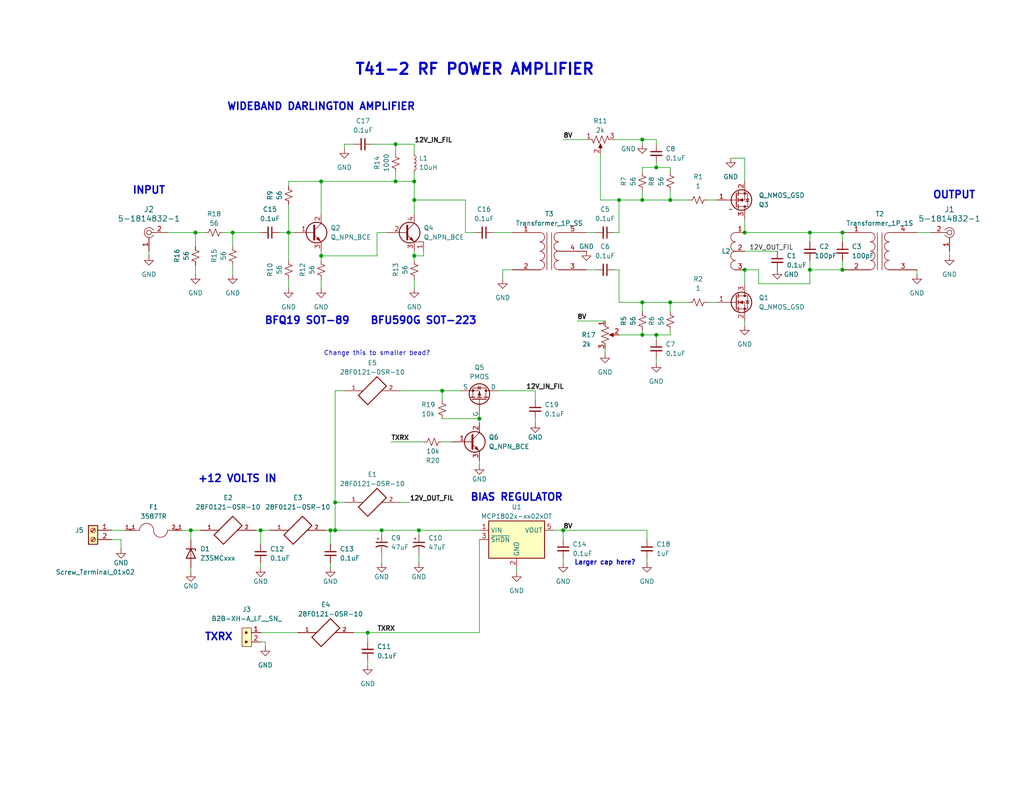
<source format=kicad_sch>
(kicad_sch (version 20231120) (generator "eeschema") (generator_version "8.0")
  (paper "USLetter")
  (title_block (title "T41-2 RF Power Amplifier") (date "2024-10-02") (rev "1.0"))
  (lib_symbols
    (symbol "28F0121-0SR-10:28F0121-0SR-10" (pin_names (offset 1.016))
      (property "Reference" "E" (at -7.6244 5.0815 0))
      (property "Value" "28F0121-0SR-10" (at -7.63 -7.6266 0))
      (symbol "28F0121-0SR-10_0_0"
        (pin passive line (at -7.62 0 0) (length 5.08) (name "~") (number "1"))
        (pin passive line (at 7.62 0 180) (length 5.08) (name "~") (number "2"))
      )
    )
    (symbol "Auto_Fuse_Holder:3587TR" (pin_names (offset 1.016))
      (property "Reference" "F" (at -2.54 5.08 0))
      (property "Value" "3587TR" (at -2.54 -5.08 0))
      (symbol "3587TR_0_0"
        (pin passive line (at -7.62 0 0) (length 2.54) (name "~") (number "1_1"))
        (pin passive line (at 7.62 0 180) (length 2.54) (name "~") (number "2_1"))
      )
    )
    (symbol "Connector:Screw_Terminal_01x02" (pin_names (offset 1.016) hide)
      (property "Reference" "J" (at 0 2.54 0))
      (property "Value" "Screw_Terminal_01x02" (at 0 -5.08 0))
      (symbol "Screw_Terminal_01x02_1_1"
        (pin passive line (at -5.08 0 0) (length 3.81) (name "Pin_1") (number "1"))
        (pin passive line (at -5.08 -2.54 0) (length 3.81) (name "Pin_2") (number "2"))
      )
    )
    (symbol "Device:C_Polarized_Small_US" (pin_numbers hide) (pin_names (offset 0.254) hide)
      (property "Reference" "C" (at 0.254 1.778 0))
      (property "Value" "C_Polarized_Small_US" (at 0.254 -2.032 0))
      (symbol "C_Polarized_Small_US_1_1"
        (pin passive line (at 0 2.54 270) (length 2.032) (name "~") (number "1"))
        (pin passive line (at 0 -2.54 90) (length 2.032) (name "~") (number "2"))
      )
    )
    (symbol "Device:C_Small" (pin_numbers hide) (pin_names (offset 0.254) hide)
      (property "Reference" "C" (at 0.254 1.778 0))
      (property "Value" "C_Small" (at 0.254 -2.032 0))
      (symbol "C_Small_1_1"
        (pin passive line (at 0 2.54 270) (length 2.032) (name "~") (number "1"))
        (pin passive line (at 0 -2.54 90) (length 2.032) (name "~") (number "2"))
      )
    )
    (symbol "Device:L_Small" (pin_numbers hide) (pin_names (offset 0.254) hide)
      (property "Reference" "L" (at 0.762 1.016 0))
      (property "Value" "L_Small" (at 0.762 -1.016 0))
      (symbol "L_Small_1_1"
        (pin passive line (at 0 2.54 270) (length 0.508) (name "~") (number "1"))
        (pin passive line (at 0 -2.54 90) (length 0.508) (name "~") (number "2"))
      )
    )
    (symbol "Device:Q_NMOS_GSD" (pin_names (offset 0) hide)
      (property "Reference" "Q" (at 5.08 1.27 0))
      (property "Value" "Q_NMOS_GSD" (at 5.08 -1.27 0))
      (symbol "Q_NMOS_GSD_1_1"
        (pin input line (at -5.08 0 0) (length 2.54) (name "G") (number "1"))
        (pin passive line (at 2.54 -5.08 90) (length 2.54) (name "S") (number "2"))
        (pin passive line (at 2.54 5.08 270) (length 2.54) (name "D") (number "3"))
      )
    )
    (symbol "Device:Q_NPN_BCE" (pin_names (offset 0) hide)
      (property "Reference" "Q" (at 5.08 1.27 0))
      (property "Value" "Q_NPN_BCE" (at 5.08 -1.27 0))
      (symbol "Q_NPN_BCE_1_1"
        (pin input line (at -5.08 0 0) (length 5.715) (name "B") (number "1"))
        (pin passive line (at 2.54 5.08 270) (length 2.54) (name "C") (number "2"))
        (pin passive line (at 2.54 -5.08 90) (length 2.54) (name "E") (number "3"))
      )
    )
    (symbol "Device:R_Potentiometer_US" (pin_names (offset 1.016) hide)
      (property "Reference" "RV" (at -4.445 0 90))
      (property "Value" "R_Potentiometer_US" (at -2.54 0 90))
      (symbol "R_Potentiometer_US_1_1"
        (pin passive line (at 0 3.81 270) (length 1.27) (name "1") (number "1"))
        (pin passive line (at 3.81 0 180) (length 1.27) (name "2") (number "2"))
        (pin passive line (at 0 -3.81 90) (length 1.27) (name "3") (number "3"))
      )
    )
    (symbol "Device:R_Small_US" (pin_numbers hide) (pin_names (offset 0.254) hide)
      (property "Reference" "R" (at 0.762 0.508 0))
      (property "Value" "R_Small_US" (at 0.762 -1.016 0))
      (symbol "R_Small_US_1_1"
        (pin passive line (at 0 2.54 270) (length 1.016) (name "~") (number "1"))
        (pin passive line (at 0 -2.54 90) (length 1.016) (name "~") (number "2"))
      )
    )
    (symbol "Device:Transformer_1P_1S" (pin_names (offset 1.016) hide)
      (property "Reference" "T" (at 0 6.35 0))
      (property "Value" "Transformer_1P_1S" (at 0 -7.62 0))
      (symbol "Transformer_1P_1S_1_1"
        (pin passive line (at -10.16 5.08 0) (length 7.62) (name "AA") (number "1"))
        (pin passive line (at -10.16 -5.08 0) (length 7.62) (name "AB") (number "2"))
        (pin passive line (at 10.16 -5.08 180) (length 7.62) (name "SA") (number "3"))
        (pin passive line (at 10.16 5.08 180) (length 7.62) (name "SB") (number "4"))
      )
    )
    (symbol "Device:Transformer_1P_SS" (pin_names (offset 1.016) hide)
      (property "Reference" "T" (at 0 6.35 0))
      (property "Value" "Transformer_1P_SS" (at 0 -7.62 0))
      (symbol "Transformer_1P_SS_1_1"
        (pin passive line (at -10.16 5.08 0) (length 7.62) (name "AA") (number "1"))
        (pin passive line (at -10.16 -5.08 0) (length 7.62) (name "AB") (number "2"))
        (pin passive line (at 10.16 -5.08 180) (length 7.62) (name "SA") (number "3"))
        (pin passive line (at 10.16 0 180) (length 7.62) (name "SC") (number "4"))
        (pin passive line (at 10.16 5.08 180) (length 7.62) (name "SB") (number "5"))
      )
    )
    (symbol "Diode:Z3SMCxxx" (pin_numbers hide) (pin_names hide)
      (property "Reference" "D" (at 0 2.54 0))
      (property "Value" "Z3SMCxxx" (at 0 -2.54 0))
      (symbol "Z3SMCxxx_1_1"
        (pin passive line (at -3.81 0 0) (length 2.54) (name "K") (number "1"))
        (pin passive line (at 3.81 0 180) (length 2.54) (name "A") (number "2"))
      )
    )
    (symbol "InductorTapped:InductorTapped"
      (property "Reference" "L" (at 0 7.62 0))
      (symbol "InductorTapped_1_1"
        (pin input line (at 2.54 5.08 180) (length 2.54) (name "") (number "1"))
        (pin input line (at 2.54 0 180) (length 2.54) (name "") (number "2"))
        (pin input line (at 2.54 -5.08 180) (length 2.54) (name "") (number "3"))
      )
    )
    (symbol "Q_NPN_BCE_2" (pin_names (offset 0) hide)
      (property "Reference" "Q4" (at 5.08 1.2701 0))
      (property "Value" "Q_NPN_BCE" (at 5.08 -1.2699 0))
      (symbol "Q_NPN_BCE_2_1_1"
        (pin input line (at 5.08 -5.08 90) (length 2.54) (name "") (number "1"))
        (pin input line (at -5.08 0 0) (length 5.715) (name "B") (number "2"))
        (pin passive line (at 2.54 -5.08 90) (length 2.54) (name "E") (number "3"))
        (pin passive line (at 2.54 5.08 270) (length 2.54) (name "C") (number "4"))
      )
    )
    (symbol "Regulator_Linear:MCP1802x-xx02xOT"
      (property "Reference" "U" (at -6.35 6.35 0))
      (property "Value" "MCP1802x-xx02xOT" (at 0 6.35 0))
      (symbol "MCP1802x-xx02xOT_1_1"
        (pin power_in line (at -10.16 2.54 0) (length 2.54) (name "VIN") (number "1"))
        (pin power_in line (at 0 -7.62 90) (length 2.54) (name "GND") (number "2"))
        (pin input line (at -10.16 0 0) (length 2.54) (name "~{SHDN}") (number "3"))
        (pin no_connect line (at 7.62 0 180) (length 2.54) hide (name "NC") (number "4"))
        (pin power_out line (at 10.16 2.54 180) (length 2.54) (name "VOUT") (number "5"))
      )
    )
    (symbol "Simulation_SPICE:PMOS" (pin_numbers hide) (pin_names (offset 0))
      (property "Reference" "Q" (at 5.08 1.27 0))
      (property "Value" "PMOS" (at 5.08 -1.27 0))
      (symbol "PMOS_1_1"
        (pin passive line (at 2.54 5.08 270) (length 2.54) (name "D") (number "1"))
        (pin input line (at -5.08 0 0) (length 2.54) (name "G") (number "2"))
        (pin passive line (at 2.54 -5.08 90) (length 2.54) (name "S") (number "3"))
      )
    )
    (symbol "dk_Coaxial-Connectors-RF:5-1814832-1" (pin_names (offset 1.016))
      (property "Reference" "J" (at -2.54 1.27 0))
      (property "Value" "5-1814832-1" (at 1.27 -2.54 0))
      (symbol "5-1814832-1_1_1"
        (pin passive line (at 0 -5.08 90) (length 3.683) (name "~") (number "1"))
        (pin passive line (at 5.08 0 180) (length 4.445) (name "~") (number "2"))
      )
    )
    (symbol "dk_Rectangular-Connectors-Headers-Male-Pins:B2B-XH-A_LF__SN_" (pin_names (offset 1.016))
      (property "Reference" "J" (at -2.54 -1.27 0))
      (property "Value" "B2B-XH-A_LF__SN_" (at 1.27 -3.81 0))
      (symbol "B2B-XH-A_LF__SN__1_1"
        (pin passive line (at 0 2.54 270) (length 2.54) (name "~") (number "1"))
        (pin passive line (at 2.54 2.54 270) (length 2.54) (name "~") (number "2"))
      )
    )
    (symbol "power:GND" (power) (pin_numbers hide) (pin_names (offset 0) hide)
      (property "Value" "GND" (at 0 -3.81 0))
      (symbol "GND_1_1"
        (pin power_in line (at 0 0 270) (length 0) (name "~") (number "1"))
      )
    )
  )
  (junction (at 71.12 144.78))
  (junction (at 87.63 69.85))
  (junction (at 175.26 82.55))
  (junction (at 91.44 144.78))
  (junction (at 130.81 114.3))
  (junction (at 179.07 91.44))
  (junction (at 63.5 63.5))
  (junction (at 53.34 63.5))
  (junction (at 113.03 49.53))
  (junction (at 182.88 82.55))
  (junction (at 78.74 63.5))
  (junction (at 100.33 172.72))
  (junction (at 90.17 144.78))
  (junction (at 113.03 54.61))
  (junction (at 91.44 137.16))
  (junction (at 113.03 69.85))
  (junction (at 120.65 106.68))
  (junction (at 229.87 63.5))
  (junction (at 175.26 38.1))
  (junction (at 107.95 49.53))
  (junction (at 104.14 144.78))
  (junction (at 229.87 73.66))
  (junction (at 203.2 73.66))
  (junction (at 220.98 73.66))
  (junction (at 182.88 54.61))
  (junction (at 107.95 39.37))
  (junction (at 87.63 49.53))
  (junction (at 52.07 144.78))
  (junction (at 175.26 91.44))
  (junction (at 168.91 54.61))
  (junction (at 153.67 144.78))
  (junction (at 179.07 45.72))
  (junction (at 175.26 54.61))
  (junction (at 114.3 144.78))
  (junction (at 220.98 63.5))
  (junction (at 203.2 63.5))
  (wire (pts (xy 157.48 87.63) (xy 165.1 87.63)))
  (wire (pts (xy 71.12 144.78) (xy 73.66 144.78)))
  (wire (pts (xy 203.2 87.63) (xy 203.2 88.9)))
  (wire (pts (xy 33.02 147.32) (xy 33.02 149.86)))
  (wire (pts (xy 63.5 63.5) (xy 71.12 63.5)))
  (wire (pts (xy 100.33 172.72) (xy 130.81 172.72)))
  (wire (pts (xy 207.01 77.47) (xy 220.98 77.47)))
  (wire (pts (xy 134.62 63.5) (xy 139.7 63.5)))
  (wire (pts (xy 182.88 45.72) (xy 182.88 46.99)))
  (wire (pts (xy 220.98 73.66) (xy 229.87 73.66)))
  (wire (pts (xy 250.19 63.5) (xy 254 63.5)))
  (wire (pts (xy 91.44 106.68) (xy 91.44 137.16)))
  (wire (pts (xy 203.2 73.66) (xy 203.2 77.47)))
  (wire (pts (xy 163.83 54.61) (xy 168.91 54.61)))
  (wire (pts (xy 106.68 120.65) (xy 115.57 120.65)))
  (wire (pts (xy 114.3 151.13) (xy 114.3 153.67)))
  (wire (pts (xy 168.91 91.44) (xy 175.26 91.44)))
  (wire (pts (xy 60.96 63.5) (xy 63.5 63.5)))
  (wire (pts (xy 151.13 144.78) (xy 153.67 144.78)))
  (wire (pts (xy 175.26 91.44) (xy 179.07 91.44)))
  (wire (pts (xy 49.53 144.78) (xy 52.07 144.78)))
  (wire (pts (xy 153.67 38.1) (xy 160.02 38.1)))
  (wire (pts (xy 113.03 68.58) (xy 113.03 69.85)))
  (wire (pts (xy 137.16 76.2) (xy 137.16 73.66)))
  (wire (pts (xy 259.08 68.58) (xy 259.08 69.85)))
  (wire (pts (xy 176.53 144.78) (xy 176.53 147.32)))
  (wire (pts (xy 175.26 45.72) (xy 179.07 45.72)))
  (wire (pts (xy 179.07 97.79) (xy 179.07 99.06)))
  (wire (pts (xy 71.12 172.72) (xy 81.28 172.72)))
  (wire (pts (xy 160.02 73.66) (xy 162.56 73.66)))
  (wire (pts (xy 114.3 144.78) (xy 114.3 146.05)))
  (wire (pts (xy 165.1 95.25) (xy 165.1 96.52)))
  (wire (pts (xy 179.07 45.72) (xy 182.88 45.72)))
  (wire (pts (xy 52.07 154.94) (xy 52.07 156.21)))
  (wire (pts (xy 78.74 55.88) (xy 78.74 63.5)))
  (wire (pts (xy 220.98 63.5) (xy 229.87 63.5)))
  (wire (pts (xy 135.89 106.68) (xy 146.05 106.68)))
  (wire (pts (xy 87.63 76.2) (xy 87.63 78.74)))
  (wire (pts (xy 107.95 46.99) (xy 107.95 49.53)))
  (wire (pts (xy 53.34 72.39) (xy 53.34 74.93)))
  (wire (pts (xy 153.67 152.4) (xy 153.67 153.67)))
  (wire (pts (xy 220.98 63.5) (xy 220.98 66.04)))
  (wire (pts (xy 107.95 41.91) (xy 107.95 39.37)))
  (wire (pts (xy 113.03 54.61) (xy 113.03 58.42)))
  (wire (pts (xy 78.74 49.53) (xy 87.63 49.53)))
  (wire (pts (xy 182.88 91.44) (xy 182.88 90.17)))
  (wire (pts (xy 104.14 144.78) (xy 114.3 144.78)))
  (wire (pts (xy 52.07 147.32) (xy 52.07 144.78)))
  (wire (pts (xy 101.6 39.37) (xy 107.95 39.37)))
  (wire (pts (xy 113.03 49.53) (xy 113.03 54.61)))
  (wire (pts (xy 71.12 153.67) (xy 71.12 154.94)))
  (wire (pts (xy 90.17 144.78) (xy 91.44 144.78)))
  (wire (pts (xy 76.2 63.5) (xy 78.74 63.5)))
  (wire (pts (xy 109.22 137.16) (xy 111.76 137.16)))
  (wire (pts (xy 182.88 54.61) (xy 187.96 54.61)))
  (wire (pts (xy 153.67 144.78) (xy 153.67 147.32)))
  (wire (pts (xy 193.04 82.55) (xy 195.58 82.55)))
  (wire (pts (xy 69.85 144.78) (xy 71.12 144.78)))
  (wire (pts (xy 52.07 144.78) (xy 54.61 144.78)))
  (wire (pts (xy 175.26 82.55) (xy 182.88 82.55)))
  (wire (pts (xy 175.26 52.07) (xy 175.26 54.61)))
  (wire (pts (xy 203.2 63.5) (xy 220.98 63.5)))
  (wire (pts (xy 93.98 39.37) (xy 96.52 39.37)))
  (wire (pts (xy 130.81 114.3) (xy 130.81 115.57)))
  (wire (pts (xy 120.65 106.68) (xy 125.73 106.68)))
  (wire (pts (xy 87.63 49.53) (xy 87.63 58.42)))
  (wire (pts (xy 91.44 137.16) (xy 91.44 144.78)))
  (wire (pts (xy 160.02 63.5) (xy 162.56 63.5)))
  (wire (pts (xy 100.33 172.72) (xy 100.33 175.26)))
  (wire (pts (xy 182.88 82.55) (xy 187.96 82.55)))
  (wire (pts (xy 100.33 180.34) (xy 100.33 181.61)))
  (wire (pts (xy 179.07 44.45) (xy 179.07 45.72)))
  (wire (pts (xy 78.74 63.5) (xy 80.01 63.5)))
  (wire (pts (xy 127 63.5) (xy 129.54 63.5)))
  (wire (pts (xy 115.57 68.58) (xy 115.57 69.85)))
  (wire (pts (xy 71.12 175.26) (xy 72.39 175.26)))
  (wire (pts (xy 113.03 76.2) (xy 113.03 78.74)))
  (wire (pts (xy 53.34 63.5) (xy 55.88 63.5)))
  (wire (pts (xy 30.48 147.32) (xy 33.02 147.32)))
  (wire (pts (xy 109.22 106.68) (xy 120.65 106.68)))
  (wire (pts (xy 104.14 144.78) (xy 104.14 146.05)))
  (wire (pts (xy 102.87 69.85) (xy 102.87 63.5)))
  (wire (pts (xy 127 54.61) (xy 127 63.5)))
  (wire (pts (xy 113.03 39.37) (xy 113.03 41.91)))
  (wire (pts (xy 163.83 41.91) (xy 163.83 54.61)))
  (wire (pts (xy 96.52 172.72) (xy 100.33 172.72)))
  (wire (pts (xy 87.63 68.58) (xy 87.63 69.85)))
  (wire (pts (xy 168.91 63.5) (xy 168.91 54.61)))
  (wire (pts (xy 182.88 52.07) (xy 182.88 54.61)))
  (wire (pts (xy 137.16 73.66) (xy 139.7 73.66)))
  (wire (pts (xy 167.64 38.1) (xy 175.26 38.1)))
  (wire (pts (xy 203.2 68.58) (xy 212.09 68.58)))
  (wire (pts (xy 167.64 73.66) (xy 168.91 73.66)))
  (wire (pts (xy 87.63 69.85) (xy 102.87 69.85)))
  (wire (pts (xy 130.81 147.32) (xy 130.81 172.72)))
  (wire (pts (xy 45.72 63.5) (xy 53.34 63.5)))
  (wire (pts (xy 175.26 82.55) (xy 175.26 85.09)))
  (wire (pts (xy 229.87 63.5) (xy 229.87 66.04)))
  (wire (pts (xy 179.07 38.1) (xy 179.07 39.37)))
  (wire (pts (xy 199.39 43.18) (xy 203.2 43.18)))
  (wire (pts (xy 30.48 144.78) (xy 34.29 144.78)))
  (wire (pts (xy 176.53 152.4) (xy 176.53 153.67)))
  (wire (pts (xy 63.5 72.39) (xy 63.5 74.93)))
  (wire (pts (xy 87.63 49.53) (xy 107.95 49.53)))
  (wire (pts (xy 175.26 90.17) (xy 175.26 91.44)))
  (wire (pts (xy 175.26 39.37) (xy 175.26 38.1)))
  (wire (pts (xy 229.87 71.12) (xy 229.87 73.66)))
  (wire (pts (xy 146.05 114.3) (xy 146.05 115.57)))
  (wire (pts (xy 220.98 71.12) (xy 220.98 73.66)))
  (wire (pts (xy 175.26 54.61) (xy 182.88 54.61)))
  (wire (pts (xy 182.88 82.55) (xy 182.88 85.09)))
  (wire (pts (xy 113.03 69.85) (xy 115.57 69.85)))
  (wire (pts (xy 72.39 175.26) (xy 72.39 176.53)))
  (wire (pts (xy 113.03 46.99) (xy 113.03 49.53)))
  (wire (pts (xy 71.12 144.78) (xy 71.12 148.59)))
  (wire (pts (xy 120.65 114.3) (xy 130.81 114.3)))
  (wire (pts (xy 88.9 144.78) (xy 90.17 144.78)))
  (wire (pts (xy 102.87 63.5) (xy 105.41 63.5)))
  (wire (pts (xy 175.26 46.99) (xy 175.26 45.72)))
  (wire (pts (xy 113.03 69.85) (xy 113.03 71.12)))
  (wire (pts (xy 175.26 38.1) (xy 179.07 38.1)))
  (wire (pts (xy 203.2 43.18) (xy 203.2 49.53)))
  (wire (pts (xy 53.34 67.31) (xy 53.34 63.5)))
  (wire (pts (xy 104.14 151.13) (xy 104.14 153.67)))
  (wire (pts (xy 250.19 73.66) (xy 250.19 74.93)))
  (wire (pts (xy 179.07 91.44) (xy 179.07 92.71)))
  (wire (pts (xy 63.5 63.5) (xy 63.5 67.31)))
  (wire (pts (xy 203.2 73.66) (xy 207.01 73.66)))
  (wire (pts (xy 91.44 106.68) (xy 93.98 106.68)))
  (wire (pts (xy 153.67 144.78) (xy 176.53 144.78)))
  (wire (pts (xy 78.74 76.2) (xy 78.74 78.74)))
  (wire (pts (xy 120.65 106.68) (xy 120.65 109.22)))
  (wire (pts (xy 107.95 39.37) (xy 113.03 39.37)))
  (wire (pts (xy 107.95 49.53) (xy 113.03 49.53)))
  (wire (pts (xy 146.05 106.68) (xy 146.05 109.22)))
  (wire (pts (xy 220.98 73.66) (xy 220.98 77.47)))
  (wire (pts (xy 120.65 120.65) (xy 123.19 120.65)))
  (wire (pts (xy 91.44 144.78) (xy 104.14 144.78)))
  (wire (pts (xy 90.17 144.78) (xy 90.17 148.59)))
  (wire (pts (xy 113.03 54.61) (xy 127 54.61)))
  (wire (pts (xy 91.44 137.16) (xy 93.98 137.16)))
  (wire (pts (xy 78.74 50.8) (xy 78.74 49.53)))
  (wire (pts (xy 140.97 154.94) (xy 140.97 156.21)))
  (wire (pts (xy 78.74 63.5) (xy 78.74 71.12)))
  (wire (pts (xy 40.64 68.58) (xy 40.64 69.85)))
  (wire (pts (xy 168.91 73.66) (xy 168.91 82.55)))
  (wire (pts (xy 87.63 69.85) (xy 87.63 71.12)))
  (wire (pts (xy 179.07 91.44) (xy 182.88 91.44)))
  (wire (pts (xy 203.2 59.69) (xy 203.2 63.5)))
  (wire (pts (xy 130.81 125.73) (xy 130.81 127)))
  (wire (pts (xy 90.17 153.67) (xy 90.17 154.94)))
  (wire (pts (xy 114.3 144.78) (xy 130.81 144.78)))
  (wire (pts (xy 168.91 82.55) (xy 175.26 82.55)))
  (wire (pts (xy 193.04 54.61) (xy 195.58 54.61)))
  (wire (pts (xy 93.98 40.64) (xy 93.98 39.37)))
  (wire (pts (xy 207.01 73.66) (xy 207.01 77.47)))
  (wire (pts (xy 167.64 63.5) (xy 168.91 63.5)))
  (wire (pts (xy 168.91 54.61) (xy 175.26 54.61)))
  (text "OUTPUT" (at 260.35 53.34 0) (effects (font (size 2 2) (thickness 0.4) (bold yes))))
  (text "BFU590G SOT-223" (at 115.57 87.63 0) (effects (font (size 2 2) (thickness 0.4) (bold yes))))
  (text "+12 VOLTS IN" (at 64.77 130.81 0) (effects (font (size 2 2) (thickness 0.4) (bold yes))))
  (text "TXRX" (at 59.69 173.99 0) (effects (font (size 2 2) (thickness 0.4) (bold yes))))
  (text "BFQ19 SOT-89" (at 83.82 87.63 0) (effects (font (size 2 2) (thickness 0.4) (bold yes))))
  (text "T41-2 RF POWER AMPLIFIER" (at 129.54 19.05 0) (effects (font (size 3 3) (thickness 0.6) (bold yes))))
  (text "INPUT" (at 40.64 52.07 0) (effects (font (size 2 2) (thickness 0.4) (bold yes))))
  (text "Larger cap here?" (at 165.1 153.67 0) (effects (font (size 1.27 1.27) (thickness 0.254) (bold yes))))
  (text "BIAS REGULATOR" (at 140.97 135.89 0) (effects (font (size 2 2) (thickness 0.4) (bold yes))))
  (text "Change this to smaller bead?" (at 102.87 96.52 0) (effects (font (size 1.27 1.27))))
  (text "WIDEBAND DARLINGTON AMPLIFIER" (at 87.63 29.21 0) (effects (font (size 2 2) (thickness 0.4) (bold yes))))
  (label "8V" (at 157.48 87.63 0) (effects (font (thickness 0.254) (bold yes))))
  (label "8V" (at 153.67 144.78 0) (effects (font (thickness 0.254) (bold yes))))
  (label "12V_OUT_FIL" (at 111.76 137.16 0) (effects (font (thickness 0.254) (bold yes))))
  (label "12V_OUT_FIL" (at 204.47 68.58 0))
  (label "TXRX" (at 102.87 172.72 0) (effects (font (thickness 0.254) (bold yes))))
  (label "12V_IN_FIL" (at 143.51 106.68 0) (effects (font (thickness 0.254) (bold yes))))
  (label "TXRX" (at 106.68 120.65 0) (effects (font (thickness 0.254) (bold yes))))
  (label "12V_IN_FIL" (at 113.03 39.37 0) (effects (font (thickness 0.254) (bold yes))))
  (label "8V" (at 153.67 38.1 0) (effects (font (thickness 0.254) (bold yes))))
  (symbol (lib_id "power:GND") (at 78.74 78.74 0) (unit 1)
    (property "Reference" "#PWR021" (effects (hide yes)))
    (property "Value" "GND" (at 78.74 83.82 0))
    (property "Description" "Power symbol creates a global label with name \"GND\" , ground" (effects (hide yes)))
  )
  (symbol (lib_id "Device:C_Small") (at 71.12 151.13 0) (unit 1)
    (property "Reference" "C12" (at 73.66 149.8662 0) (effects (justify left)))
    (property "Value" "0.1uF" (at 73.66 152.4062 0) (effects (justify left)))
    (property "Footprint" "Capacitor_SMD:C_1206_3216Metric" (effects (hide yes)))
    (property "Description" "Unpolarized capacitor, small symbol" (effects (hide yes)))
  )
  (symbol (lib_id "power:GND") (at 250.19 74.93 0) (unit 1)
    (property "Reference" "#PWR04" (effects (hide yes)))
    (property "Value" "GND" (at 250.19 80.01 0))
    (property "Description" "Power symbol creates a global label with name \"GND\" , ground" (effects (hide yes)))
  )
  (symbol (lib_id "Device:C_Small") (at 146.05 111.76 0) (unit 1)
    (property "Reference" "C19" (at 148.59 110.4962 0) (effects (justify left)))
    (property "Value" "0.1uF" (at 148.59 113.0362 0) (effects (justify left)))
    (property "Footprint" "Capacitor_SMD:C_1206_3216Metric" (effects (hide yes)))
    (property "Description" "Unpolarized capacitor, small symbol" (effects (hide yes)))
  )
  (symbol (lib_id "power:GND") (at 63.5 74.93 0) (unit 1)
    (property "Reference" "#PWR026" (effects (hide yes)))
    (property "Value" "GND" (at 63.5 80.01 0))
    (property "Description" "Power symbol creates a global label with name \"GND\" , ground" (effects (hide yes)))
  )
  (symbol (lib_id "dk_Rectangular-Connectors-Headers-Male-Pins:B2B-XH-A_LF__SN_") (at 68.58 172.72 270) (unit 1)
    (property "Reference" "J3" (at 67.31 166.37 90))
    (property "Value" "B2B-XH-A_LF__SN_" (at 67.31 168.91 90))
    (property "Footprint" "digikey-footprints:PinHeader_1x2_P2.5mm_Drill1.1mm" (effects (hide yes)))
    (property "Datasheet" "http://www.jst-mfg.com/product/pdf/eng/eXH.pdf" (effects (hide yes)))
    (property "Description" "CONN HEADER VERT 2POS 2.5MM" (effects (hide yes)))
    (property "Digi-Key_PN" "455-2247-ND" (effects (hide yes)))
    (property "MPN" "B2B-XH-A(LF)(SN)" (effects (hide yes)))
    (property "Category" "Connectors, Interconnects" (effects (hide yes)))
    (property "Family" "Rectangular Connectors - Headers, Male Pins" (effects (hide yes)))
    (property "DK_Datasheet_Link" "http://www.jst-mfg.com/product/pdf/eng/eXH.pdf" (effects (hide yes)))
    (property "DK_Detail_Page" "/product-detail/en/jst-sales-america-inc/B2B-XH-A(LF)(SN)/455-2247-ND/1651045" (effects (hide yes)))
    (property "Description_1" "CONN HEADER VERT 2POS 2.5MM" (effects (hide yes)))
    (property "Manufacturer" "JST Sales America Inc." (effects (hide yes)))
    (property "Status" "Active" (effects (hide yes)))
  )
  (symbol (lib_id "power:GND") (at 87.63 78.74 0) (unit 1)
    (property "Reference" "#PWR022" (effects (hide yes)))
    (property "Value" "GND" (at 87.63 83.82 0))
    (property "Description" "Power symbol creates a global label with name \"GND\" , ground" (effects (hide yes)))
  )
  (symbol (lib_id "Auto_Fuse_Holder:3587TR") (at 41.91 144.78 0) (unit 1)
    (property "Reference" "F1" (at 41.91 138.43 0))
    (property "Value" "3587TR" (at 41.91 140.97 0))
    (property "Footprint" "3587TR:FUSE_3587TR" (effects (hide yes)))
    (property "PARTREV" "D" (effects (hide yes)))
    (property "STANDARD" "Manufacturer Recommendation" (effects (hide yes)))
    (property "SNAPEDA_PN" "3587" (effects (hide yes)))
    (property "MAXIMUM_PACKAGE_HEIGHT" "8.37mm" (effects (hide yes)))
    (property "MANUFACTURER" "Keystone" (effects (hide yes)))
  )
  (symbol (lib_id "Regulator_Linear:MCP1802x-xx02xOT") (at 140.97 147.32 0) (unit 1)
    (property "Reference" "U1" (at 140.97 138.43 0))
    (property "Value" "MCP1802x-xx02xOT" (at 140.97 140.97 0))
    (property "Footprint" "Package_TO_SOT_SMD:SOT-23-5" (effects (hide yes)))
    (property "Datasheet" "http://ww1.microchip.com/downloads/en/DeviceDoc/22053C.pdf" (effects (hide yes)))
    (property "Description" "150mA, Tiny CMOS LDO With Shutdown, Fixed Voltage, SOT-23-5" (effects (hide yes)))
  )
  (symbol (lib_id "power:GND") (at 90.17 154.94 0) (unit 1)
    (property "Reference" "#PWR018" (effects (hide yes)))
    (property "Value" "GND" (at 90.17 158.75 0))
    (property "Description" "Power symbol creates a global label with name \"GND\" , ground" (effects (hide yes)))
  )
  (symbol (lib_id "Device:Q_NMOS_GSD") (at 200.66 82.55 0) (unit 1)
    (property "Reference" "Q1" (at 207.01 81.2799 0) (effects (justify left)))
    (property "Value" "Q_NMOS_GSD" (at 207.01 83.8199 0) (effects (justify left)))
    (property "Footprint" "TO-220_RF:TO-220_RF_Flat" (effects (hide yes)))
    (property "Description" "N-MOSFET transistor, gate/source/drain" (effects (hide yes)))
  )
  (symbol (lib_id "Device:C_Small") (at 176.53 149.86 0) (unit 1)
    (property "Reference" "C18" (at 179.07 148.5962 0) (effects (justify left)))
    (property "Value" "1uF" (at 179.07 151.1362 0) (effects (justify left)))
    (property "Footprint" "Capacitor_SMD:C_1206_3216Metric" (effects (hide yes)))
    (property "Description" "Unpolarized capacitor, small symbol" (effects (hide yes)))
  )
  (symbol (lib_id "power:GND") (at 146.05 115.57 0) (unit 1)
    (property "Reference" "#PWR029" (effects (hide yes)))
    (property "Value" "GND" (at 146.05 119.38 0))
    (property "Description" "Power symbol creates a global label with name \"GND\" , ground" (effects (hide yes)))
  )
  (symbol (lib_id "Device:C_Polarized_Small_US") (at 104.14 148.59 0) (unit 1)
    (property "Reference" "C9" (at 106.68 146.8881 0) (effects (justify left)))
    (property "Value" "47uF" (at 106.68 149.4281 0) (effects (justify left)))
    (property "Footprint" "Capacitor_SMD:CP_Elec_6.3x5.7" (effects (hide yes)))
    (property "Description" "Polarized capacitor, small US symbol" (effects (hide yes)))
  )
  (symbol (lib_id "power:GND") (at 176.53 153.67 0) (unit 1)
    (property "Reference" "#PWR027" (effects (hide yes)))
    (property "Value" "GND" (at 176.53 158.75 0))
    (property "Description" "Power symbol creates a global label with name \"GND\" , ground" (effects (hide yes)))
  )
  (symbol (lib_id "Device:C_Small") (at 132.08 63.5 270) (unit 1)
    (property "Reference" "C16" (at 132.0736 57.15 90))
    (property "Value" "0.1uF" (at 132.0736 59.69 90))
    (property "Footprint" "Capacitor_SMD:C_1206_3216Metric" (effects (hide yes)))
    (property "Description" "Unpolarized capacitor, small symbol" (effects (hide yes)))
  )
  (symbol (lib_id "Device:C_Small") (at 153.67 149.86 0) (unit 1)
    (property "Reference" "C14" (at 156.21 148.5962 0) (effects (justify left)))
    (property "Value" "0.1uF" (at 156.21 151.1362 0) (effects (justify left)))
    (property "Footprint" "Capacitor_SMD:C_1206_3216Metric" (effects (hide yes)))
    (property "Description" "Unpolarized capacitor, small symbol" (effects (hide yes)))
  )
  (symbol (lib_id "power:GND") (at 140.97 156.21 0) (unit 1)
    (property "Reference" "#PWR011" (effects (hide yes)))
    (property "Value" "GND" (at 140.97 161.29 0))
    (property "Description" "Power symbol creates a global label with name \"GND\" , ground" (effects (hide yes)))
  )
  (symbol (lib_id "Device:R_Small_US") (at 175.26 87.63 180) (unit 1)
    (property "Reference" "R5" (at 170.18 87.63 90))
    (property "Value" "56" (at 172.72 87.63 90))
    (property "Footprint" "Resistor_SMD:R_1206_3216Metric" (effects (hide yes)))
    (property "Description" "Resistor, small US symbol" (effects (hide yes)))
  )
  (symbol (lib_id "Device:Q_NPN_BCE") (at 128.27 120.65 0) (unit 1)
    (property "Reference" "Q6" (at 133.35 119.3799 0) (effects (justify left)))
    (property "Value" "Q_NPN_BCE" (at 133.35 121.9199 0) (effects (justify left)))
    (property "Footprint" "Package_TO_SOT_SMD:SOT-23" (effects (hide yes)))
    (property "Description" "NPN transistor, base/collector/emitter" (effects (hide yes)))
  )
  (symbol (lib_id "Device:L_Small") (at 113.03 44.45 0) (unit 1)
    (property "Reference" "L1" (at 114.3 43.1799 0) (effects (justify left)))
    (property "Value" "10uH" (at 114.3 45.7199 0) (effects (justify left)))
    (property "Footprint" "Inductor_SMD:L_1210_3225Metric" (effects (hide yes)))
    (property "Description" "Inductor, small symbol" (effects (hide yes)))
  )
  (symbol (lib_id "Device:C_Small") (at 212.09 71.12 0) (unit 1)
    (property "Reference" "C1" (at 214.63 69.8562 0) (effects (justify left)))
    (property "Value" "0.1uF" (at 214.63 72.3962 0) (effects (justify left)))
    (property "Footprint" "Capacitor_SMD:C_1206_3216Metric" (effects (hide yes)))
    (property "Description" "Unpolarized capacitor, small symbol" (effects (hide yes)))
  )
  (symbol (lib_id "Connector:Screw_Terminal_01x02") (at 25.4 144.78 0) (mirror y) (unit 1)
    (property "Reference" "J5" (at 22.86 144.7799 0) (effects (justify left)))
    (property "Value" "Screw_Terminal_01x02" (at 36.83 156.21 0) (effects (justify left)))
    (property "Footprint" "TerminalBlock_Philmore:TerminalBlock_Philmore_TB132_1x02_P5.00mm_Horizontal" (effects (hide yes)))
    (property "Description" "Generic screw terminal, single row, 01x02, script generated (kicad-library-utils/schlib/autogen/connector/)" (effects (hide yes)))
  )
  (symbol (lib_id "Device:C_Small") (at 100.33 177.8 180) (unit 1)
    (property "Reference" "C11" (at 102.87 176.5235 0) (effects (justify right)))
    (property "Value" "0.1uF" (at 102.87 179.0635 0) (effects (justify right)))
    (property "Footprint" "Capacitor_SMD:C_1206_3216Metric" (effects (hide yes)))
    (property "Description" "Unpolarized capacitor, small symbol" (effects (hide yes)))
  )
  (symbol (lib_id "power:GND") (at 52.07 156.21 0) (unit 1)
    (property "Reference" "#PWR030" (effects (hide yes)))
    (property "Value" "GND" (at 52.07 160.02 0))
    (property "Description" "Power symbol creates a global label with name \"GND\" , ground" (effects (hide yes)))
  )
  (symbol (lib_id "power:GND") (at 114.3 153.67 0) (unit 1)
    (property "Reference" "#PWR014" (effects (hide yes)))
    (property "Value" "GND" (at 114.3 157.48 0))
    (property "Description" "Power symbol creates a global label with name \"GND\" , ground" (effects (hide yes)))
  )
  (symbol (lib_id "Device:R_Small_US") (at 78.74 53.34 180) (unit 1)
    (property "Reference" "R9" (at 73.66 53.34 90))
    (property "Value" "56" (at 76.2 53.34 90))
    (property "Footprint" "Resistor_SMD:R_1206_3216Metric" (effects (hide yes)))
    (property "Description" "Resistor, small US symbol" (effects (hide yes)))
  )
  (symbol (lib_id "power:GND") (at 53.34 74.93 0) (unit 1)
    (property "Reference" "#PWR025" (effects (hide yes)))
    (property "Value" "GND" (at 53.34 80.01 0))
    (property "Description" "Power symbol creates a global label with name \"GND\" , ground" (effects (hide yes)))
  )
  (symbol (lib_id "power:GND") (at 113.03 78.74 0) (unit 1)
    (property "Reference" "#PWR023" (effects (hide yes)))
    (property "Value" "GND" (at 113.03 83.82 0))
    (property "Description" "Power symbol creates a global label with name \"GND\" , ground" (effects (hide yes)))
  )
  (symbol (lib_id "Device:C_Small") (at 229.87 68.58 0) (unit 1)
    (property "Reference" "C3" (at 232.41 67.3162 0) (effects (justify left)))
    (property "Value" "100pF" (at 232.41 69.8562 0) (effects (justify left)))
    (property "Footprint" "Capacitor_SMD:C_1206_3216Metric" (effects (hide yes)))
    (property "Description" "Unpolarized capacitor, small symbol" (effects (hide yes)))
  )
  (symbol (lib_id "power:GND") (at 179.07 99.06 0) (unit 1)
    (property "Reference" "#PWR06" (effects (hide yes)))
    (property "Value" "GND" (at 179.07 104.14 0))
    (property "Description" "Power symbol creates a global label with name \"GND\" , ground" (effects (hide yes)))
  )
  (symbol (lib_id "power:GND") (at 72.39 176.53 0) (unit 1)
    (property "Reference" "#PWR015" (effects (hide yes)))
    (property "Value" "GND" (at 72.39 181.61 0))
    (property "Description" "Power symbol creates a global label with name \"GND\" , ground" (effects (hide yes)))
  )
  (symbol (lib_id "power:GND") (at 212.09 73.66 0) (unit 1)
    (property "Reference" "#PWR03" (effects (hide yes)))
    (property "Value" "GND" (at 215.9 74.93 0))
    (property "Description" "Power symbol creates a global label with name \"GND\" , ground" (effects (hide yes)))
  )
  (symbol (lib_id "Device:R_Small_US") (at 58.42 63.5 90) (unit 1)
    (property "Reference" "R18" (at 58.42 58.42 90))
    (property "Value" "56" (at 58.42 60.96 90))
    (property "Footprint" "Resistor_SMD:R_1206_3216Metric" (effects (hide yes)))
    (property "Description" "Resistor, small US symbol" (effects (hide yes)))
  )
  (symbol (lib_id "Device:C_Polarized_Small_US") (at 114.3 148.59 0) (unit 1)
    (property "Reference" "C10" (at 116.84 146.8881 0) (effects (justify left)))
    (property "Value" "47uF" (at 116.84 149.4281 0) (effects (justify left)))
    (property "Footprint" "Capacitor_SMD:CP_Elec_6.3x5.7" (effects (hide yes)))
    (property "Description" "Polarized capacitor, small US symbol" (effects (hide yes)))
  )
  (symbol (lib_id "Device:Q_NMOS_GSD") (at 200.66 54.61 0) (mirror x) (unit 1)
    (property "Reference" "Q3" (at 207.01 55.8801 0) (effects (justify left)))
    (property "Value" "Q_NMOS_GSD" (at 207.01 53.3401 0) (effects (justify left)))
    (property "Footprint" "TO-220_RF:TO-220_RF_Flat" (effects (hide yes)))
    (property "Description" "N-MOSFET transistor, gate/source/drain" (effects (hide yes)))
  )
  (symbol (lib_id "Device:Q_NPN_BCE") (at 85.09 63.5 0) (unit 1)
    (property "Reference" "Q2" (at 90.17 62.2299 0) (effects (justify left)))
    (property "Value" "Q_NPN_BCE" (at 90.17 64.7699 0) (effects (justify left)))
    (property "Footprint" "Package_TO_SOT_SMD:SOT-89-3" (effects (hide yes)))
    (property "Description" "NPN transistor, base/collector/emitter" (effects (hide yes)))
  )
  (symbol (lib_id "power:GND") (at 104.14 153.67 0) (unit 1)
    (property "Reference" "#PWR013" (effects (hide yes)))
    (property "Value" "GND" (at 104.14 157.48 0))
    (property "Description" "Power symbol creates a global label with name \"GND\" , ground" (effects (hide yes)))
  )
  (symbol (lib_id "Device:R_Small_US") (at 78.74 73.66 180) (unit 1)
    (property "Reference" "R10" (at 73.66 73.66 90))
    (property "Value" "56" (at 76.2 73.66 90))
    (property "Footprint" "Resistor_SMD:R_1206_3216Metric" (effects (hide yes)))
    (property "Description" "Resistor, small US symbol" (effects (hide yes)))
  )
  (symbol (lib_id "Device:R_Small_US") (at 53.34 69.85 180) (unit 1)
    (property "Reference" "R16" (at 48.26 69.85 90))
    (property "Value" "56" (at 50.8 69.85 90))
    (property "Footprint" "Resistor_SMD:R_1206_3216Metric" (effects (hide yes)))
    (property "Description" "Resistor, small US symbol" (effects (hide yes)))
  )
  (symbol (lib_id "Device:C_Small") (at 179.07 41.91 0) (unit 1)
    (property "Reference" "C8" (at 181.61 40.6462 0) (effects (justify left)))
    (property "Value" "0.1uF" (at 181.61 43.1862 0) (effects (justify left)))
    (property "Footprint" "Capacitor_SMD:C_1206_3216Metric" (effects (hide yes)))
    (property "Description" "Unpolarized capacitor, small symbol" (effects (hide yes)))
  )
  (symbol (lib_id "power:GND") (at 100.33 181.61 0) (unit 1)
    (property "Reference" "#PWR016" (effects (hide yes)))
    (property "Value" "GND" (at 100.33 186.69 0))
    (property "Description" "Power symbol creates a global label with name \"GND\" , ground" (effects (hide yes)))
  )
  (symbol (lib_id "power:GND") (at 71.12 154.94 0) (unit 1)
    (property "Reference" "#PWR017" (effects (hide yes)))
    (property "Value" "GND" (at 71.12 158.75 0))
    (property "Description" "Power symbol creates a global label with name \"GND\" , ground" (effects (hide yes)))
  )
  (symbol (lib_id "28F0121-0SR-10:28F0121-0SR-10") (at 101.6 106.68 0) (unit 1)
    (property "Reference" "E5" (at 101.6 99.06 0))
    (property "Value" "28F0121-0SR-10" (at 101.6 101.6 0))
    (property "Footprint" "28F0121_0SR_10:FB_28F0121-0SR-10" (effects (hide yes)))
    (property "PARTREV" "J" (effects (hide yes)))
    (property "STANDARD" "Manufacturer Recommendations" (effects (hide yes)))
    (property "MAXIMUM_PACKAGE_HEIGHT" "3.05 mm" (effects (hide yes)))
    (property "MANUFACTURER" "Laird" (effects (hide yes)))
  )
  (symbol (lib_id "power:GND") (at 175.26 39.37 0) (unit 1)
    (property "Reference" "#PWR07" (effects (hide yes)))
    (property "Value" "GND" (at 171.45 40.64 0))
    (property "Description" "Power symbol creates a global label with name \"GND\" , ground" (effects (hide yes)))
  )
  (symbol (lib_id "power:GND") (at 203.2 88.9 0) (unit 1)
    (property "Reference" "#PWR01" (effects (hide yes)))
    (property "Value" "GND" (at 203.2 93.98 0))
    (property "Description" "Power symbol creates a global label with name \"GND\" , ground" (effects (hide yes)))
  )
  (symbol (lib_id "Simulation_SPICE:PMOS") (at 130.81 109.22 270) (mirror x) (unit 1)
    (property "Reference" "Q5" (at 130.81 100.33 90))
    (property "Value" "PMOS" (at 130.81 102.87 90))
    (property "Footprint" "Package_TO_SOT_SMD:SOT-23" (effects (hide yes)))
    (property "Datasheet" "https://ngspice.sourceforge.io/docs/ngspice-html-manual/manual.xhtml#cha_MOSFETs" (effects (hide yes)))
    (property "Description" "P-MOSFET transistor, drain/source/gate" (effects (hide yes)))
    (property "Sim.Device" "PMOS" (effects (hide yes)))
    (property "Sim.Type" "VDMOS" (effects (hide yes)))
    (property "Sim.Pins" "1=D 2=G 3=S" (effects (hide yes)))
  )
  (symbol (lib_id "power:GND") (at 33.02 149.86 0) (unit 1)
    (property "Reference" "#PWR012" (effects (hide yes)))
    (property "Value" "GND" (at 33.02 153.67 0))
    (property "Description" "Power symbol creates a global label with name \"GND\" , ground" (effects (hide yes)))
  )
  (symbol (lib_id "Device:C_Small") (at 179.07 95.25 0) (unit 1)
    (property "Reference" "C7" (at 181.61 93.9862 0) (effects (justify left)))
    (property "Value" "0.1uF" (at 181.61 96.5262 0) (effects (justify left)))
    (property "Footprint" "Capacitor_SMD:C_1206_3216Metric" (effects (hide yes)))
    (property "Description" "Unpolarized capacitor, small symbol" (effects (hide yes)))
  )
  (symbol (lib_id "power:GND") (at 40.64 69.85 0) (unit 1)
    (property "Reference" "#PWR020" (effects (hide yes)))
    (property "Value" "GND" (at 40.64 74.93 0))
    (property "Description" "Power symbol creates a global label with name \"GND\" , ground" (effects (hide yes)))
  )
  (symbol (lib_id "Device:Transformer_1P_SS") (at 149.86 68.58 0) (unit 1)
    (property "Reference" "T3" (at 149.8727 58.42 0))
    (property "Value" "Transformer_1P_SS" (at 149.8727 60.96 0))
    (property "Footprint" "Binocular_Core:BN-43-302" (effects (hide yes)))
    (property "Description" "Transformer, single primary, split secondary" (effects (hide yes)))
  )
  (symbol (lib_id "Device:C_Small") (at 99.06 39.37 270) (unit 1)
    (property "Reference" "C17" (at 99.0536 33.02 90))
    (property "Value" "0.1uF" (at 99.0536 35.56 90))
    (property "Footprint" "Capacitor_SMD:C_1206_3216Metric" (effects (hide yes)))
    (property "Description" "Unpolarized capacitor, small symbol" (effects (hide yes)))
  )
  (symbol (lib_id "power:GND") (at 259.08 69.85 0) (unit 1)
    (property "Reference" "#PWR05" (effects (hide yes)))
    (property "Value" "GND" (at 259.08 74.93 0))
    (property "Description" "Power symbol creates a global label with name \"GND\" , ground" (effects (hide yes)))
  )
  (symbol (lib_id "power:GND") (at 130.81 127 0) (unit 1)
    (property "Reference" "#PWR028" (effects (hide yes)))
    (property "Value" "GND" (at 130.81 130.81 0))
    (property "Description" "Power symbol creates a global label with name \"GND\" , ground" (effects (hide yes)))
  )
  (symbol (lib_id "Device:R_Potentiometer_US") (at 165.1 91.44 0) (unit 1)
    (property "Reference" "R17" (at 162.56 91.4399 0) (effects (justify right)))
    (property "Value" "2k" (at 161.29 93.98 0) (effects (justify right)))
    (property "Footprint" "Potentiometer_THT:Potentiometer_Bourns_3296W_Vertical" (effects (hide yes)))
    (property "Description" "Potentiometer, US symbol" (effects (hide yes)))
  )
  (symbol (lib_id "Device:C_Small") (at 165.1 63.5 270) (unit 1)
    (property "Reference" "C5" (at 165.0936 57.15 90))
    (property "Value" "0.1uF" (at 165.0936 59.69 90))
    (property "Footprint" "Capacitor_SMD:C_1206_3216Metric" (effects (hide yes)))
    (property "Description" "Unpolarized capacitor, small symbol" (effects (hide yes)))
  )
  (symbol (lib_id "Device:C_Small") (at 165.1 73.66 270) (unit 1)
    (property "Reference" "C6" (at 165.0936 67.31 90))
    (property "Value" "0.1uF" (at 165.0936 69.85 90))
    (property "Footprint" "Capacitor_SMD:C_1206_3216Metric" (effects (hide yes)))
    (property "Description" "Unpolarized capacitor, small symbol" (effects (hide yes)))
  )
  (symbol (lib_id "Diode:Z3SMCxxx") (at 52.07 151.13 270) (unit 1)
    (property "Reference" "D1" (at 54.61 149.8599 90) (effects (justify left)))
    (property "Value" "Z3SMCxxx" (at 54.61 152.3999 90) (effects (justify left)))
    (property "Footprint" "Diode_SMD:D_SMC" (effects (hide yes)))
    (property "Datasheet" "https://diotec.com/tl_files/diotec/files/pdf/datasheets/z3smc1.pdf" (effects (hide yes)))
    (property "Description" "3000mW Zener Diode, SMC(DO-214AB)" (effects (hide yes)))
  )
  (symbol (lib_id "power:GND") (at 165.1 96.52 0) (unit 1)
    (property "Reference" "#PWR08" (effects (hide yes)))
    (property "Value" "GND" (at 165.1 101.6 0))
    (property "Description" "Power symbol creates a global label with name \"GND\" , ground" (effects (hide yes)))
  )
  (symbol (lib_id "power:GND") (at 137.16 76.2 0) (unit 1)
    (property "Reference" "#PWR010" (effects (hide yes)))
    (property "Value" "GND" (at 137.16 81.28 0))
    (property "Description" "Power symbol creates a global label with name \"GND\" , ground" (effects (hide yes)))
  )
  (symbol (lib_id "power:GND") (at 199.39 43.18 0) (unit 1)
    (property "Reference" "#PWR02" (effects (hide yes)))
    (property "Value" "GND" (at 199.39 48.26 0))
    (property "Description" "Power symbol creates a global label with name \"GND\" , ground" (effects (hide yes)))
  )
  (symbol (lib_id "Device:R_Small_US") (at 118.11 120.65 270) (unit 1)
    (property "Reference" "R20" (at 118.11 125.73 90))
    (property "Value" "10k" (at 118.11 123.19 90))
    (property "Footprint" "Resistor_SMD:R_1206_3216Metric" (effects (hide yes)))
    (property "Description" "Resistor, small US symbol" (effects (hide yes)))
  )
  (symbol (lib_id "Device:R_Potentiometer_US") (at 163.83 38.1 90) (mirror x) (unit 1)
    (property "Reference" "R11" (at 163.83 33.02 90))
    (property "Value" "2k" (at 162.56 35.56 90) (effects (justify right)))
    (property "Footprint" "Potentiometer_THT:Potentiometer_Bourns_3296W_Vertical" (effects (hide yes)))
    (property "Description" "Potentiometer, US symbol" (effects (hide yes)))
  )
  (symbol (lib_id "Device:R_Small_US") (at 182.88 49.53 180) (unit 1)
    (property "Reference" "R8" (at 177.8 49.53 90))
    (property "Value" "56" (at 180.34 49.53 90))
    (property "Footprint" "Resistor_SMD:R_1206_3216Metric" (effects (hide yes)))
    (property "Description" "Resistor, small US symbol" (effects (hide yes)))
  )
  (symbol (lib_id "dk_Coaxial-Connectors-RF:5-1814832-1") (at 259.08 63.5 0) (mirror y) (unit 1)
    (property "Reference" "J1" (at 259.0801 57.15 0) (effects (font (size 1.524 1.524))))
    (property "Value" "5-1814832-1" (at 259.0801 59.69 0) (effects (font (size 1.524 1.524))))
    (property "Footprint" "digikey-footprints:RF_SMA_Vertical_5-1814832-1" (effects (hide yes)))
    (property "Datasheet" "https://www.te.com/commerce/DocumentDelivery/DDEController?Action=srchrtrv&DocNm=1814832&DocType=Customer+Drawing&DocLang=English" (effects (hide yes)))
    (property "Description" "CONN SMA JACK STR 50 OHM PCB" (effects (hide yes)))
    (property "Digi-Key_PN" "A97594-ND" (effects (hide yes)))
    (property "MPN" "5-1814832-1" (effects (hide yes)))
    (property "Category" "Connectors, Interconnects" (effects (hide yes)))
    (property "Family" "Coaxial Connectors (RF)" (effects (hide yes)))
    (property "DK_Datasheet_Link" "https://www.te.com/commerce/DocumentDelivery/DDEController?Action=srchrtrv&DocNm=1814832&DocType=Customer+Drawing&DocLang=English" (effects (hide yes)))
    (property "DK_Detail_Page" "/product-detail/en/te-connectivity-amp-connectors/5-1814832-1/A97594-ND/1755982" (effects (hide yes)))
    (property "Description_1" "CONN SMA JACK STR 50 OHM PCB" (effects (hide yes)))
    (property "Manufacturer" "TE Connectivity AMP Connectors" (effects (hide yes)))
    (property "Status" "Active" (effects (hide yes)))
  )
  (symbol (lib_id "Device:R_Small_US") (at 120.65 111.76 180) (unit 1)
    (property "Reference" "R19" (at 116.84 110.49 0))
    (property "Value" "10k" (at 116.84 113.03 0))
    (property "Footprint" "Resistor_SMD:R_1206_3216Metric" (effects (hide yes)))
    (property "Description" "Resistor, small US symbol" (effects (hide yes)))
  )
  (symbol (lib_id "Device:R_Small_US") (at 107.95 44.45 180) (unit 1)
    (property "Reference" "R14" (at 102.87 44.45 90))
    (property "Value" "1000" (at 105.41 44.45 90))
    (property "Footprint" "Resistor_SMD:R_1206_3216Metric" (effects (hide yes)))
    (property "Description" "Resistor, small US symbol" (effects (hide yes)))
  )
  (symbol (lib_id "Device:C_Small") (at 220.98 68.58 0) (unit 1)
    (property "Reference" "C2" (at 223.52 67.3162 0) (effects (justify left)))
    (property "Value" "100pF" (at 222.25 69.85 0) (effects (justify left)))
    (property "Footprint" "Capacitor_SMD:C_1206_3216Metric" (effects (hide yes)))
    (property "Description" "Unpolarized capacitor, small symbol" (effects (hide yes)))
  )
  (symbol (lib_name "Q_NPN_BCE_2") (lib_id "Device:Q_NPN_BCE") (at 110.49 63.5 0) (unit 1)
    (property "Reference" "Q4" (at 115.57 62.2299 0) (effects (justify left)))
    (property "Value" "Q_NPN_BCE" (at 115.57 64.7699 0) (effects (justify left)))
    (property "Footprint" "Package_TO_SOT_SMD:SOT-223" (effects (hide yes)))
    (property "Description" "NPN transistor, base/collector/emitter" (effects (hide yes)))
  )
  (symbol (lib_id "Device:R_Small_US") (at 113.03 73.66 180) (unit 1)
    (property "Reference" "R13" (at 107.95 73.66 90))
    (property "Value" "56" (at 110.49 73.66 90))
    (property "Footprint" "Resistor_SMD:R_1206_3216Metric" (effects (hide yes)))
    (property "Description" "Resistor, small US symbol" (effects (hide yes)))
  )
  (symbol (lib_id "Device:C_Small") (at 73.66 63.5 270) (unit 1)
    (property "Reference" "C15" (at 73.6536 57.15 90))
    (property "Value" "0.1uF" (at 73.6536 59.69 90))
    (property "Footprint" "Capacitor_SMD:C_1206_3216Metric" (effects (hide yes)))
    (property "Description" "Unpolarized capacitor, small symbol" (effects (hide yes)))
  )
  (symbol (lib_id "Device:Transformer_1P_1S") (at 240.03 68.58 0) (unit 1)
    (property "Reference" "T2" (at 240.0427 58.42 0))
    (property "Value" "Transformer_1P_1S" (at 240.0427 60.96 0))
    (property "Footprint" "Binocular_Core:BN-43-7051" (effects (hide yes)))
    (property "Description" "Transformer, single primary, single secondary" (effects (hide yes)))
  )
  (symbol (lib_id "Device:R_Small_US") (at 63.5 69.85 180) (unit 1)
    (property "Reference" "R15" (at 58.42 69.85 90))
    (property "Value" "56" (at 60.96 69.85 90))
    (property "Footprint" "Resistor_SMD:R_1206_3216Metric" (effects (hide yes)))
    (property "Description" "Resistor, small US symbol" (effects (hide yes)))
  )
  (symbol (lib_id "28F0121-0SR-10:28F0121-0SR-10") (at 101.6 137.16 0) (unit 1)
    (property "Reference" "E1" (at 101.6 129.54 0))
    (property "Value" "28F0121-0SR-10" (at 101.6 132.08 0))
    (property "Footprint" "28F0121_0SR_10:FB_28F0121-0SR-10" (effects (hide yes)))
    (property "PARTREV" "J" (effects (hide yes)))
    (property "STANDARD" "Manufacturer Recommendations" (effects (hide yes)))
    (property "MAXIMUM_PACKAGE_HEIGHT" "3.05 mm" (effects (hide yes)))
    (property "MANUFACTURER" "Laird" (effects (hide yes)))
  )
  (symbol (lib_id "dk_Coaxial-Connectors-RF:5-1814832-1") (at 40.64 63.5 0) (unit 1)
    (property "Reference" "J2" (at 40.6399 57.15 0) (effects (font (size 1.524 1.524))))
    (property "Value" "5-1814832-1" (at 40.6399 59.69 0) (effects (font (size 1.524 1.524))))
    (property "Footprint" "digikey-footprints:RF_SMA_Vertical_5-1814832-1" (effects (hide yes)))
    (property "Datasheet" "https://www.te.com/commerce/DocumentDelivery/DDEController?Action=srchrtrv&DocNm=1814832&DocType=Customer+Drawing&DocLang=English" (effects (hide yes)))
    (property "Description" "CONN SMA JACK STR 50 OHM PCB" (effects (hide yes)))
    (property "Digi-Key_PN" "A97594-ND" (effects (hide yes)))
    (property "MPN" "5-1814832-1" (effects (hide yes)))
    (property "Category" "Connectors, Interconnects" (effects (hide yes)))
    (property "Family" "Coaxial Connectors (RF)" (effects (hide yes)))
    (property "DK_Datasheet_Link" "https://www.te.com/commerce/DocumentDelivery/DDEController?Action=srchrtrv&DocNm=1814832&DocType=Customer+Drawing&DocLang=English" (effects (hide yes)))
    (property "DK_Detail_Page" "/product-detail/en/te-connectivity-amp-connectors/5-1814832-1/A97594-ND/1755982" (effects (hide yes)))
    (property "Description_1" "CONN SMA JACK STR 50 OHM PCB" (effects (hide yes)))
    (property "Manufacturer" "TE Connectivity AMP Connectors" (effects (hide yes)))
    (property "Status" "Active" (effects (hide yes)))
  )
  (symbol (lib_id "28F0121-0SR-10:28F0121-0SR-10") (at 88.9 172.72 0) (unit 1)
    (property "Reference" "E4" (at 88.9 165.1 0))
    (property "Value" "28F0121-0SR-10" (at 90.17 167.64 0))
    (property "Footprint" "28F0121_0SR_10:FB_28F0121-0SR-10" (effects (hide yes)))
    (property "PARTREV" "J" (effects (hide yes)))
    (property "STANDARD" "Manufacturer Recommendations" (effects (hide yes)))
    (property "MAXIMUM_PACKAGE_HEIGHT" "3.05 mm" (effects (hide yes)))
    (property "MANUFACTURER" "Laird" (effects (hide yes)))
  )
  (symbol (lib_id "Device:R_Small_US") (at 190.5 82.55 90) (unit 1)
    (property "Reference" "R2" (at 190.5 76.2 90))
    (property "Value" "1" (at 190.5 78.74 90))
    (property "Footprint" "Resistor_SMD:R_1206_3216Metric" (effects (hide yes)))
    (property "Description" "Resistor, small US symbol" (effects (hide yes)))
  )
  (symbol (lib_id "Device:R_Small_US") (at 87.63 73.66 180) (unit 1)
    (property "Reference" "R12" (at 82.55 73.66 90))
    (property "Value" "56" (at 85.09 73.66 90))
    (property "Footprint" "Resistor_SMD:R_1206_3216Metric" (effects (hide yes)))
    (property "Description" "Resistor, small US symbol" (effects (hide yes)))
  )
  (symbol (lib_id "28F0121-0SR-10:28F0121-0SR-10") (at 62.23 144.78 0) (unit 1)
    (property "Reference" "E2" (at 62.23 135.89 0))
    (property "Value" "28F0121-0SR-10" (at 62.23 138.43 0))
    (property "Footprint" "28F0121_0SR_10:FB_28F0121-0SR-10" (effects (hide yes)))
    (property "PARTREV" "J" (effects (hide yes)))
    (property "STANDARD" "Manufacturer Recommendations" (effects (hide yes)))
    (property "MAXIMUM_PACKAGE_HEIGHT" "3.05 mm" (effects (hide yes)))
    (property "MANUFACTURER" "Laird" (effects (hide yes)))
  )
  (symbol (lib_id "power:GND") (at 93.98 40.64 0) (unit 1)
    (property "Reference" "#PWR024" (effects (hide yes)))
    (property "Value" "GND" (at 93.98 45.72 0))
    (property "Description" "Power symbol creates a global label with name \"GND\" , ground" (effects (hide yes)))
  )
  (symbol (lib_id "Device:R_Small_US") (at 190.5 54.61 90) (unit 1)
    (property "Reference" "R1" (at 190.5 48.26 90))
    (property "Value" "1" (at 190.5 50.8 90))
    (property "Footprint" "Resistor_SMD:R_1206_3216Metric" (effects (hide yes)))
    (property "Description" "Resistor, small US symbol" (effects (hide yes)))
  )
  (symbol (lib_id "power:GND") (at 153.67 153.67 0) (unit 1)
    (property "Reference" "#PWR019" (effects (hide yes)))
    (property "Value" "GND" (at 153.67 158.75 0))
    (property "Description" "Power symbol creates a global label with name \"GND\" , ground" (effects (hide yes)))
  )
  (symbol (lib_id "InductorTapped:InductorTapped") (at 200.66 68.58 0) (unit 1)
    (property "Reference" "L2" (at 198.12 68.58 0))
    (property "Value" "~" (at 199.39 57.15 0))
    (property "Footprint" "Binocular_Core:BN-43-202_VERTICAL" (effects (hide yes)))
  )
  (symbol (lib_id "Device:R_Small_US") (at 182.88 87.63 180) (unit 1)
    (property "Reference" "R6" (at 177.8 87.63 90))
    (property "Value" "56" (at 180.34 87.63 90))
    (property "Footprint" "Resistor_SMD:R_1206_3216Metric" (effects (hide yes)))
    (property "Description" "Resistor, small US symbol" (effects (hide yes)))
  )
  (symbol (lib_id "power:GND") (at 160.02 68.58 0) (unit 1)
    (property "Reference" "#PWR09" (effects (hide yes)))
    (property "Value" "GND" (at 160.02 67.31 0))
    (property "Description" "Power symbol creates a global label with name \"GND\" , ground" (effects (hide yes)))
  )
  (symbol (lib_id "Device:R_Small_US") (at 175.26 49.53 180) (unit 1)
    (property "Reference" "R7" (at 170.18 49.53 90))
    (property "Value" "56" (at 172.72 49.53 90))
    (property "Footprint" "Resistor_SMD:R_1206_3216Metric" (effects (hide yes)))
    (property "Description" "Resistor, small US symbol" (effects (hide yes)))
  )
  (symbol (lib_id "28F0121-0SR-10:28F0121-0SR-10") (at 81.28 144.78 0) (unit 1)
    (property "Reference" "E3" (at 81.28 135.89 0))
    (property "Value" "28F0121-0SR-10" (at 81.28 138.43 0))
    (property "Footprint" "28F0121_0SR_10:FB_28F0121-0SR-10" (effects (hide yes)))
    (property "PARTREV" "J" (effects (hide yes)))
    (property "STANDARD" "Manufacturer Recommendations" (effects (hide yes)))
    (property "MAXIMUM_PACKAGE_HEIGHT" "3.05 mm" (effects (hide yes)))
    (property "MANUFACTURER" "Laird" (effects (hide yes)))
  )
  (symbol (lib_id "Device:C_Small") (at 90.17 151.13 0) (unit 1)
    (property "Reference" "C13" (at 92.71 149.8662 0) (effects (justify left)))
    (property "Value" "0.1uF" (at 92.71 152.4062 0) (effects (justify left)))
    (property "Footprint" "Capacitor_SMD:C_1206_3216Metric" (effects (hide yes)))
    (property "Description" "Unpolarized capacitor, small symbol" (effects (hide yes)))
  )
)
</source>
